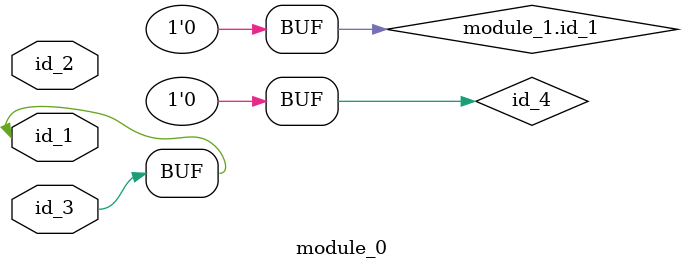
<source format=v>
module module_0 (
    id_1,
    id_2,
    id_3
);
  input wire id_3;
  input wire id_2;
  inout wire id_1;
  wor id_4;
  assign id_1 = id_3;
  parameter id_5 = -1;
  assign id_4 = -1'h0;
  assign module_1.id_1 = 0;
endmodule
module module_1 ();
  always $display(id_1, -1'd0, 1'b0, -1);
  assign id_2 = -1;
  always id_1 = 'b0;
  module_0 modCall_1 (
      id_2,
      id_1,
      id_1
  );
endmodule
module module_2;
  wire id_1;
  module_0 modCall_1 (
      id_1,
      id_1,
      id_1
  );
endmodule
module module_3 ();
  wire id_1;
  module_0 modCall_1 (
      id_1,
      id_1,
      id_1
  );
endmodule

</source>
